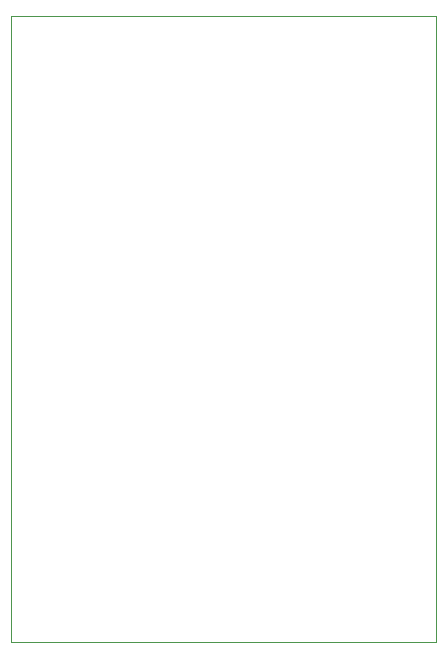
<source format=gbr>
G04 #@! TF.GenerationSoftware,KiCad,Pcbnew,(5.1.9)-1*
G04 #@! TF.CreationDate,2021-03-31T18:40:17+02:00*
G04 #@! TF.ProjectId,Schematic,53636865-6d61-4746-9963-2e6b69636164,rev?*
G04 #@! TF.SameCoordinates,Original*
G04 #@! TF.FileFunction,Profile,NP*
%FSLAX46Y46*%
G04 Gerber Fmt 4.6, Leading zero omitted, Abs format (unit mm)*
G04 Created by KiCad (PCBNEW (5.1.9)-1) date 2021-03-31 18:40:17*
%MOMM*%
%LPD*%
G01*
G04 APERTURE LIST*
G04 #@! TA.AperFunction,Profile*
%ADD10C,0.100000*%
G04 #@! TD*
G04 APERTURE END LIST*
D10*
X182000000Y-79000000D02*
X182000000Y-132000000D01*
X146000000Y-79000000D02*
X182000000Y-79000000D01*
X146000000Y-132000000D02*
X146000000Y-79000000D01*
X182000000Y-132000000D02*
X146000000Y-132000000D01*
M02*

</source>
